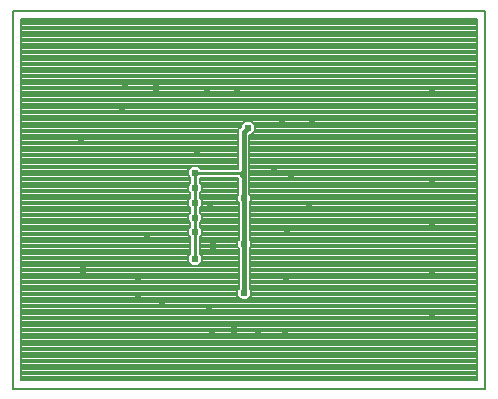
<source format=gbl>
G75*
%MOIN*%
%OFA0B0*%
%FSLAX25Y25*%
%IPPOS*%
%LPD*%
%AMOC8*
5,1,8,0,0,1.08239X$1,22.5*
%
%ADD10C,0.00600*%
%ADD11C,0.00800*%
%ADD12C,0.02400*%
%ADD13C,0.01500*%
%ADD14C,0.01000*%
D10*
X0008065Y0003100D02*
X0008065Y0129084D01*
X0165545Y0129074D01*
X0165545Y0003100D01*
X0008065Y0003100D01*
D11*
X0010765Y0005800D02*
X0010765Y0126384D01*
X0162845Y0126374D01*
X0162845Y0005800D01*
X0010765Y0005800D01*
X0010765Y0006294D02*
X0162845Y0006294D01*
X0162845Y0007093D02*
X0010765Y0007093D01*
X0010765Y0007891D02*
X0162845Y0007891D01*
X0162845Y0008690D02*
X0010765Y0008690D01*
X0010765Y0009488D02*
X0162845Y0009488D01*
X0162845Y0010287D02*
X0010765Y0010287D01*
X0010765Y0011085D02*
X0162845Y0011085D01*
X0162845Y0011884D02*
X0010765Y0011884D01*
X0010765Y0012682D02*
X0162845Y0012682D01*
X0162845Y0013481D02*
X0010765Y0013481D01*
X0010765Y0014279D02*
X0162845Y0014279D01*
X0162845Y0015078D02*
X0010765Y0015078D01*
X0010765Y0015876D02*
X0162845Y0015876D01*
X0162845Y0016675D02*
X0010765Y0016675D01*
X0010765Y0017473D02*
X0162845Y0017473D01*
X0162845Y0018272D02*
X0010765Y0018272D01*
X0010765Y0019070D02*
X0162845Y0019070D01*
X0162845Y0019869D02*
X0010765Y0019869D01*
X0010765Y0020667D02*
X0162845Y0020667D01*
X0162845Y0021466D02*
X0010765Y0021466D01*
X0010765Y0022264D02*
X0162845Y0022264D01*
X0162845Y0023063D02*
X0010765Y0023063D01*
X0010765Y0023861D02*
X0162845Y0023861D01*
X0162845Y0024660D02*
X0010765Y0024660D01*
X0010765Y0025458D02*
X0162845Y0025458D01*
X0162845Y0026257D02*
X0010765Y0026257D01*
X0010765Y0027055D02*
X0162845Y0027055D01*
X0162845Y0027854D02*
X0010765Y0027854D01*
X0010765Y0028652D02*
X0162845Y0028652D01*
X0162845Y0029451D02*
X0010765Y0029451D01*
X0010765Y0030249D02*
X0162845Y0030249D01*
X0162845Y0031048D02*
X0010765Y0031048D01*
X0010765Y0031846D02*
X0162845Y0031846D01*
X0162845Y0032645D02*
X0086263Y0032645D01*
X0086218Y0032600D02*
X0087565Y0033947D01*
X0087565Y0035853D01*
X0087115Y0036303D01*
X0087115Y0049847D01*
X0087565Y0050297D01*
X0087565Y0052203D01*
X0087115Y0052653D01*
X0087115Y0065347D01*
X0087365Y0065597D01*
X0087365Y0067503D01*
X0086915Y0067953D01*
X0086915Y0087780D01*
X0087338Y0087780D01*
X0088685Y0089127D01*
X0088685Y0091033D01*
X0087338Y0092380D01*
X0085432Y0092380D01*
X0084085Y0091033D01*
X0084085Y0090396D01*
X0083215Y0089526D01*
X0083215Y0076413D01*
X0083202Y0076400D01*
X0070818Y0076400D01*
X0069818Y0077400D01*
X0067912Y0077400D01*
X0066565Y0076053D01*
X0066565Y0074147D01*
X0067265Y0073447D01*
X0067265Y0071553D01*
X0066565Y0070853D01*
X0066565Y0068947D01*
X0067265Y0068247D01*
X0067265Y0066653D01*
X0066565Y0065953D01*
X0066565Y0064047D01*
X0067265Y0063347D01*
X0067265Y0061753D01*
X0066565Y0061053D01*
X0066565Y0059147D01*
X0067265Y0058447D01*
X0067265Y0057053D01*
X0066565Y0056353D01*
X0066565Y0054447D01*
X0067265Y0053747D01*
X0067265Y0047853D01*
X0066565Y0047153D01*
X0066565Y0045247D01*
X0067912Y0043900D01*
X0069818Y0043900D01*
X0071165Y0045247D01*
X0071165Y0047153D01*
X0070465Y0047853D01*
X0070465Y0053747D01*
X0071165Y0054447D01*
X0071165Y0056353D01*
X0070465Y0057053D01*
X0070465Y0058447D01*
X0071165Y0059147D01*
X0071165Y0061053D01*
X0070465Y0061753D01*
X0070465Y0063347D01*
X0071165Y0064047D01*
X0071165Y0065953D01*
X0070465Y0066653D01*
X0070465Y0068247D01*
X0071165Y0068947D01*
X0071165Y0070853D01*
X0070465Y0071553D01*
X0070465Y0073200D01*
X0083002Y0073200D01*
X0083215Y0072987D01*
X0083215Y0067953D01*
X0082765Y0067503D01*
X0082765Y0065597D01*
X0083415Y0064947D01*
X0083415Y0052653D01*
X0082965Y0052203D01*
X0082965Y0050297D01*
X0083415Y0049847D01*
X0083415Y0036303D01*
X0082965Y0035853D01*
X0082965Y0033947D01*
X0084312Y0032600D01*
X0086218Y0032600D01*
X0087061Y0033443D02*
X0162845Y0033443D01*
X0162845Y0034242D02*
X0087565Y0034242D01*
X0087565Y0035040D02*
X0162845Y0035040D01*
X0162845Y0035839D02*
X0087565Y0035839D01*
X0087115Y0036637D02*
X0162845Y0036637D01*
X0162845Y0037436D02*
X0087115Y0037436D01*
X0087115Y0038234D02*
X0162845Y0038234D01*
X0162845Y0039033D02*
X0087115Y0039033D01*
X0087115Y0039832D02*
X0162845Y0039832D01*
X0162845Y0040630D02*
X0087115Y0040630D01*
X0087115Y0041429D02*
X0162845Y0041429D01*
X0162845Y0042227D02*
X0087115Y0042227D01*
X0087115Y0043026D02*
X0162845Y0043026D01*
X0162845Y0043824D02*
X0087115Y0043824D01*
X0087115Y0044623D02*
X0162845Y0044623D01*
X0162845Y0045421D02*
X0087115Y0045421D01*
X0087115Y0046220D02*
X0162845Y0046220D01*
X0162845Y0047018D02*
X0087115Y0047018D01*
X0087115Y0047817D02*
X0162845Y0047817D01*
X0162845Y0048615D02*
X0087115Y0048615D01*
X0087115Y0049414D02*
X0162845Y0049414D01*
X0162845Y0050212D02*
X0087480Y0050212D01*
X0087565Y0051011D02*
X0162845Y0051011D01*
X0162845Y0051809D02*
X0087565Y0051809D01*
X0087160Y0052608D02*
X0162845Y0052608D01*
X0162845Y0053406D02*
X0087115Y0053406D01*
X0087115Y0054205D02*
X0162845Y0054205D01*
X0162845Y0055003D02*
X0087115Y0055003D01*
X0087115Y0055802D02*
X0162845Y0055802D01*
X0162845Y0056600D02*
X0087115Y0056600D01*
X0087115Y0057399D02*
X0162845Y0057399D01*
X0162845Y0058197D02*
X0087115Y0058197D01*
X0087115Y0058996D02*
X0162845Y0058996D01*
X0162845Y0059794D02*
X0087115Y0059794D01*
X0087115Y0060593D02*
X0162845Y0060593D01*
X0162845Y0061391D02*
X0087115Y0061391D01*
X0087115Y0062190D02*
X0162845Y0062190D01*
X0162845Y0062988D02*
X0087115Y0062988D01*
X0087115Y0063787D02*
X0162845Y0063787D01*
X0162845Y0064585D02*
X0087115Y0064585D01*
X0087152Y0065384D02*
X0162845Y0065384D01*
X0162845Y0066182D02*
X0087365Y0066182D01*
X0087365Y0066981D02*
X0162845Y0066981D01*
X0162845Y0067779D02*
X0087088Y0067779D01*
X0086915Y0068578D02*
X0162845Y0068578D01*
X0162845Y0069376D02*
X0086915Y0069376D01*
X0086915Y0070175D02*
X0162845Y0070175D01*
X0162845Y0070973D02*
X0086915Y0070973D01*
X0086915Y0071772D02*
X0162845Y0071772D01*
X0162845Y0072570D02*
X0086915Y0072570D01*
X0086915Y0073369D02*
X0162845Y0073369D01*
X0162845Y0074168D02*
X0086915Y0074168D01*
X0086915Y0074966D02*
X0162845Y0074966D01*
X0162845Y0075765D02*
X0086915Y0075765D01*
X0086915Y0076563D02*
X0162845Y0076563D01*
X0162845Y0077362D02*
X0086915Y0077362D01*
X0086915Y0078160D02*
X0162845Y0078160D01*
X0162845Y0078959D02*
X0086915Y0078959D01*
X0086915Y0079757D02*
X0162845Y0079757D01*
X0162845Y0080556D02*
X0086915Y0080556D01*
X0086915Y0081354D02*
X0162845Y0081354D01*
X0162845Y0082153D02*
X0086915Y0082153D01*
X0086915Y0082951D02*
X0162845Y0082951D01*
X0162845Y0083750D02*
X0086915Y0083750D01*
X0086915Y0084548D02*
X0162845Y0084548D01*
X0162845Y0085347D02*
X0086915Y0085347D01*
X0086915Y0086145D02*
X0162845Y0086145D01*
X0162845Y0086944D02*
X0086915Y0086944D01*
X0086915Y0087742D02*
X0162845Y0087742D01*
X0162845Y0088541D02*
X0088099Y0088541D01*
X0088685Y0089339D02*
X0162845Y0089339D01*
X0162845Y0090138D02*
X0088685Y0090138D01*
X0088685Y0090936D02*
X0162845Y0090936D01*
X0162845Y0091735D02*
X0087983Y0091735D01*
X0084787Y0091735D02*
X0010765Y0091735D01*
X0010765Y0092533D02*
X0162845Y0092533D01*
X0162845Y0093332D02*
X0010765Y0093332D01*
X0010765Y0094130D02*
X0162845Y0094130D01*
X0162845Y0094929D02*
X0010765Y0094929D01*
X0010765Y0095727D02*
X0162845Y0095727D01*
X0162845Y0096526D02*
X0010765Y0096526D01*
X0010765Y0097324D02*
X0162845Y0097324D01*
X0162845Y0098123D02*
X0010765Y0098123D01*
X0010765Y0098921D02*
X0162845Y0098921D01*
X0162845Y0099720D02*
X0010765Y0099720D01*
X0010765Y0100518D02*
X0162845Y0100518D01*
X0162845Y0101317D02*
X0010765Y0101317D01*
X0010765Y0102115D02*
X0162845Y0102115D01*
X0162845Y0102914D02*
X0010765Y0102914D01*
X0010765Y0103712D02*
X0162845Y0103712D01*
X0162845Y0104511D02*
X0010765Y0104511D01*
X0010765Y0105309D02*
X0162845Y0105309D01*
X0162845Y0106108D02*
X0010765Y0106108D01*
X0010765Y0106906D02*
X0162845Y0106906D01*
X0162845Y0107705D02*
X0010765Y0107705D01*
X0010765Y0108503D02*
X0162845Y0108503D01*
X0162845Y0109302D02*
X0010765Y0109302D01*
X0010765Y0110101D02*
X0162845Y0110101D01*
X0162845Y0110899D02*
X0010765Y0110899D01*
X0010765Y0111698D02*
X0162845Y0111698D01*
X0162845Y0112496D02*
X0010765Y0112496D01*
X0010765Y0113295D02*
X0162845Y0113295D01*
X0162845Y0114093D02*
X0010765Y0114093D01*
X0010765Y0114892D02*
X0162845Y0114892D01*
X0162845Y0115690D02*
X0010765Y0115690D01*
X0010765Y0116489D02*
X0162845Y0116489D01*
X0162845Y0117287D02*
X0010765Y0117287D01*
X0010765Y0118086D02*
X0162845Y0118086D01*
X0162845Y0118884D02*
X0010765Y0118884D01*
X0010765Y0119683D02*
X0162845Y0119683D01*
X0162845Y0120481D02*
X0010765Y0120481D01*
X0010765Y0121280D02*
X0162845Y0121280D01*
X0162845Y0122078D02*
X0010765Y0122078D01*
X0010765Y0122877D02*
X0162845Y0122877D01*
X0162845Y0123675D02*
X0010765Y0123675D01*
X0010765Y0124474D02*
X0162845Y0124474D01*
X0162845Y0125272D02*
X0010765Y0125272D01*
X0010765Y0126071D02*
X0162845Y0126071D01*
X0084085Y0090936D02*
X0010765Y0090936D01*
X0010765Y0090138D02*
X0083827Y0090138D01*
X0083215Y0089339D02*
X0010765Y0089339D01*
X0010765Y0088541D02*
X0083215Y0088541D01*
X0083215Y0087742D02*
X0010765Y0087742D01*
X0010765Y0086944D02*
X0083215Y0086944D01*
X0083215Y0086145D02*
X0010765Y0086145D01*
X0010765Y0085347D02*
X0083215Y0085347D01*
X0083215Y0084548D02*
X0010765Y0084548D01*
X0010765Y0083750D02*
X0083215Y0083750D01*
X0083215Y0082951D02*
X0010765Y0082951D01*
X0010765Y0082153D02*
X0083215Y0082153D01*
X0083215Y0081354D02*
X0010765Y0081354D01*
X0010765Y0080556D02*
X0083215Y0080556D01*
X0083215Y0079757D02*
X0010765Y0079757D01*
X0010765Y0078959D02*
X0083215Y0078959D01*
X0083215Y0078160D02*
X0010765Y0078160D01*
X0010765Y0077362D02*
X0067874Y0077362D01*
X0067075Y0076563D02*
X0010765Y0076563D01*
X0010765Y0075765D02*
X0066565Y0075765D01*
X0066565Y0074966D02*
X0010765Y0074966D01*
X0010765Y0074168D02*
X0066565Y0074168D01*
X0067265Y0073369D02*
X0010765Y0073369D01*
X0010765Y0072570D02*
X0067265Y0072570D01*
X0067265Y0071772D02*
X0010765Y0071772D01*
X0010765Y0070973D02*
X0066686Y0070973D01*
X0066565Y0070175D02*
X0010765Y0070175D01*
X0010765Y0069376D02*
X0066565Y0069376D01*
X0066934Y0068578D02*
X0010765Y0068578D01*
X0010765Y0067779D02*
X0067265Y0067779D01*
X0067265Y0066981D02*
X0010765Y0066981D01*
X0010765Y0066182D02*
X0066795Y0066182D01*
X0066565Y0065384D02*
X0010765Y0065384D01*
X0010765Y0064585D02*
X0066565Y0064585D01*
X0066826Y0063787D02*
X0010765Y0063787D01*
X0010765Y0062988D02*
X0067265Y0062988D01*
X0067265Y0062190D02*
X0010765Y0062190D01*
X0010765Y0061391D02*
X0066904Y0061391D01*
X0066565Y0060593D02*
X0010765Y0060593D01*
X0010765Y0059794D02*
X0066565Y0059794D01*
X0066717Y0058996D02*
X0010765Y0058996D01*
X0010765Y0058197D02*
X0067265Y0058197D01*
X0067265Y0057399D02*
X0010765Y0057399D01*
X0010765Y0056600D02*
X0066813Y0056600D01*
X0066565Y0055802D02*
X0010765Y0055802D01*
X0010765Y0055003D02*
X0066565Y0055003D01*
X0066808Y0054205D02*
X0010765Y0054205D01*
X0010765Y0053406D02*
X0067265Y0053406D01*
X0067265Y0052608D02*
X0010765Y0052608D01*
X0010765Y0051809D02*
X0067265Y0051809D01*
X0067265Y0051011D02*
X0010765Y0051011D01*
X0010765Y0050212D02*
X0067265Y0050212D01*
X0067265Y0049414D02*
X0010765Y0049414D01*
X0010765Y0048615D02*
X0067265Y0048615D01*
X0067229Y0047817D02*
X0010765Y0047817D01*
X0010765Y0047018D02*
X0066565Y0047018D01*
X0066565Y0046220D02*
X0010765Y0046220D01*
X0010765Y0045421D02*
X0066565Y0045421D01*
X0067190Y0044623D02*
X0010765Y0044623D01*
X0010765Y0043824D02*
X0083415Y0043824D01*
X0083415Y0043026D02*
X0010765Y0043026D01*
X0010765Y0042227D02*
X0083415Y0042227D01*
X0083415Y0041429D02*
X0010765Y0041429D01*
X0010765Y0040630D02*
X0083415Y0040630D01*
X0083415Y0039832D02*
X0010765Y0039832D01*
X0010765Y0039033D02*
X0083415Y0039033D01*
X0083415Y0038234D02*
X0010765Y0038234D01*
X0010765Y0037436D02*
X0083415Y0037436D01*
X0083415Y0036637D02*
X0010765Y0036637D01*
X0010765Y0035839D02*
X0082965Y0035839D01*
X0082965Y0035040D02*
X0010765Y0035040D01*
X0010765Y0034242D02*
X0082965Y0034242D01*
X0083469Y0033443D02*
X0010765Y0033443D01*
X0010765Y0032645D02*
X0084267Y0032645D01*
X0083415Y0044623D02*
X0070540Y0044623D01*
X0071165Y0045421D02*
X0083415Y0045421D01*
X0083415Y0046220D02*
X0071165Y0046220D01*
X0071165Y0047018D02*
X0083415Y0047018D01*
X0083415Y0047817D02*
X0070501Y0047817D01*
X0070465Y0048615D02*
X0083415Y0048615D01*
X0083415Y0049414D02*
X0070465Y0049414D01*
X0070465Y0050212D02*
X0083050Y0050212D01*
X0082965Y0051011D02*
X0070465Y0051011D01*
X0070465Y0051809D02*
X0082965Y0051809D01*
X0083370Y0052608D02*
X0070465Y0052608D01*
X0070465Y0053406D02*
X0083415Y0053406D01*
X0083415Y0054205D02*
X0070923Y0054205D01*
X0071165Y0055003D02*
X0083415Y0055003D01*
X0083415Y0055802D02*
X0071165Y0055802D01*
X0070918Y0056600D02*
X0083415Y0056600D01*
X0083415Y0057399D02*
X0070465Y0057399D01*
X0070465Y0058197D02*
X0083415Y0058197D01*
X0083415Y0058996D02*
X0071014Y0058996D01*
X0071165Y0059794D02*
X0083415Y0059794D01*
X0083415Y0060593D02*
X0071165Y0060593D01*
X0070826Y0061391D02*
X0083415Y0061391D01*
X0083415Y0062190D02*
X0070465Y0062190D01*
X0070465Y0062988D02*
X0083415Y0062988D01*
X0083415Y0063787D02*
X0070905Y0063787D01*
X0071165Y0064585D02*
X0083415Y0064585D01*
X0082979Y0065384D02*
X0071165Y0065384D01*
X0070935Y0066182D02*
X0082765Y0066182D01*
X0082765Y0066981D02*
X0070465Y0066981D01*
X0070465Y0067779D02*
X0083042Y0067779D01*
X0083215Y0068578D02*
X0070796Y0068578D01*
X0071165Y0069376D02*
X0083215Y0069376D01*
X0083215Y0070175D02*
X0071165Y0070175D01*
X0071044Y0070973D02*
X0083215Y0070973D01*
X0083215Y0071772D02*
X0070465Y0071772D01*
X0070465Y0072570D02*
X0083215Y0072570D01*
X0083215Y0076563D02*
X0070655Y0076563D01*
X0069856Y0077362D02*
X0083215Y0077362D01*
D12*
X0085065Y0066550D03*
X0073765Y0064600D03*
X0068865Y0065000D03*
X0068865Y0069900D03*
X0068865Y0075100D03*
X0069565Y0082000D03*
X0086385Y0090080D03*
X0097765Y0091800D03*
X0107765Y0091800D03*
X0095165Y0076000D03*
X0100965Y0074700D03*
X0106765Y0064000D03*
X0099365Y0055900D03*
X0085265Y0051250D03*
X0074665Y0050500D03*
X0068865Y0046200D03*
X0068865Y0055400D03*
X0068865Y0060100D03*
X0052765Y0053900D03*
X0049765Y0040000D03*
X0049665Y0034000D03*
X0057765Y0031800D03*
X0073565Y0028900D03*
X0074365Y0022400D03*
X0081665Y0022500D03*
X0089965Y0022300D03*
X0098965Y0022000D03*
X0085265Y0034900D03*
X0099165Y0039600D03*
X0147765Y0041800D03*
X0147765Y0026800D03*
X0147765Y0056800D03*
X0147765Y0071800D03*
X0147765Y0086800D03*
X0147765Y0101800D03*
X0082765Y0101800D03*
X0072765Y0101800D03*
X0055965Y0103200D03*
X0045565Y0104000D03*
X0044465Y0096500D03*
X0030765Y0085700D03*
X0031465Y0042500D03*
D13*
X0085065Y0066550D02*
X0085065Y0073400D01*
X0085065Y0074800D01*
X0085065Y0076400D01*
X0085065Y0088760D01*
X0086385Y0090080D01*
X0085065Y0066550D02*
X0085265Y0066350D01*
X0085265Y0051250D01*
X0085265Y0034900D01*
D14*
X0068865Y0046200D02*
X0068865Y0055400D01*
X0068865Y0060100D01*
X0068865Y0065000D01*
X0068865Y0069900D01*
X0068865Y0075100D01*
X0069165Y0074800D01*
X0083865Y0074800D01*
X0083865Y0074600D01*
X0085065Y0073400D01*
X0085065Y0074800D02*
X0083865Y0074800D01*
X0085065Y0076000D01*
X0085065Y0076400D01*
M02*

</source>
